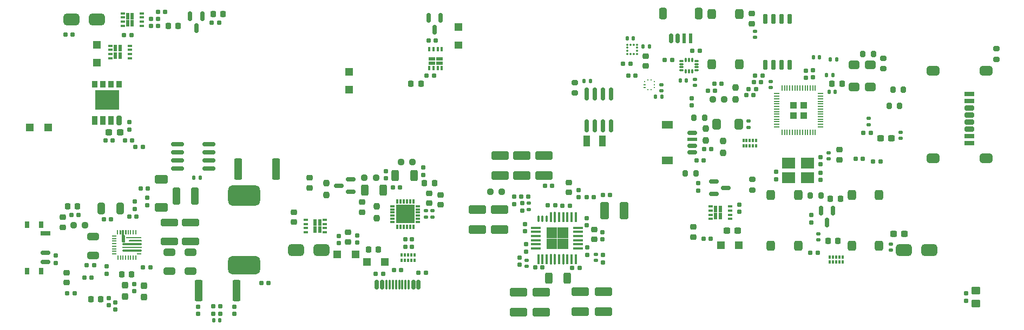
<source format=gbr>
%TF.GenerationSoftware,KiCad,Pcbnew,(6.0.2-0)*%
%TF.CreationDate,2023-06-03T21:04:40-06:00*%
%TF.ProjectId,Catlin RP2040 Sensing Controller,4361746c-696e-4205-9250-323034302053,rev?*%
%TF.SameCoordinates,Original*%
%TF.FileFunction,Paste,Top*%
%TF.FilePolarity,Positive*%
%FSLAX46Y46*%
G04 Gerber Fmt 4.6, Leading zero omitted, Abs format (unit mm)*
G04 Created by KiCad (PCBNEW (6.0.2-0)) date 2023-06-03 21:04:40*
%MOMM*%
%LPD*%
G01*
G04 APERTURE LIST*
G04 Aperture macros list*
%AMRoundRect*
0 Rectangle with rounded corners*
0 $1 Rounding radius*
0 $2 $3 $4 $5 $6 $7 $8 $9 X,Y pos of 4 corners*
0 Add a 4 corners polygon primitive as box body*
4,1,4,$2,$3,$4,$5,$6,$7,$8,$9,$2,$3,0*
0 Add four circle primitives for the rounded corners*
1,1,$1+$1,$2,$3*
1,1,$1+$1,$4,$5*
1,1,$1+$1,$6,$7*
1,1,$1+$1,$8,$9*
0 Add four rect primitives between the rounded corners*
20,1,$1+$1,$2,$3,$4,$5,0*
20,1,$1+$1,$4,$5,$6,$7,0*
20,1,$1+$1,$6,$7,$8,$9,0*
20,1,$1+$1,$8,$9,$2,$3,0*%
G04 Aperture macros list end*
%ADD10C,0.010000*%
%ADD11C,0.100000*%
%ADD12R,0.600000X1.000000*%
%ADD13R,0.700000X0.420000*%
%ADD14RoundRect,0.105000X-0.245000X-0.105000X0.245000X-0.105000X0.245000X0.105000X-0.245000X0.105000X0*%
%ADD15RoundRect,0.250000X0.362500X1.425000X-0.362500X1.425000X-0.362500X-1.425000X0.362500X-1.425000X0*%
%ADD16RoundRect,0.450000X0.800000X0.450000X-0.800000X0.450000X-0.800000X-0.450000X0.800000X-0.450000X0*%
%ADD17RoundRect,0.225000X0.250000X-0.225000X0.250000X0.225000X-0.250000X0.225000X-0.250000X-0.225000X0*%
%ADD18RoundRect,0.250000X1.100000X-0.412500X1.100000X0.412500X-1.100000X0.412500X-1.100000X-0.412500X0*%
%ADD19RoundRect,0.155000X-0.155000X0.212500X-0.155000X-0.212500X0.155000X-0.212500X0.155000X0.212500X0*%
%ADD20RoundRect,0.155000X0.212500X0.155000X-0.212500X0.155000X-0.212500X-0.155000X0.212500X-0.155000X0*%
%ADD21RoundRect,0.150000X-0.150000X0.587500X-0.150000X-0.587500X0.150000X-0.587500X0.150000X0.587500X0*%
%ADD22RoundRect,0.155000X-0.212500X-0.155000X0.212500X-0.155000X0.212500X0.155000X-0.212500X0.155000X0*%
%ADD23RoundRect,0.140000X-0.140000X-0.170000X0.140000X-0.170000X0.140000X0.170000X-0.140000X0.170000X0*%
%ADD24RoundRect,0.225000X-0.225000X-0.250000X0.225000X-0.250000X0.225000X0.250000X-0.225000X0.250000X0*%
%ADD25RoundRect,0.140000X0.170000X-0.140000X0.170000X0.140000X-0.170000X0.140000X-0.170000X-0.140000X0*%
%ADD26RoundRect,0.155000X0.155000X-0.212500X0.155000X0.212500X-0.155000X0.212500X-0.155000X-0.212500X0*%
%ADD27RoundRect,0.150000X0.587500X0.150000X-0.587500X0.150000X-0.587500X-0.150000X0.587500X-0.150000X0*%
%ADD28RoundRect,0.237500X-0.250000X-0.237500X0.250000X-0.237500X0.250000X0.237500X-0.250000X0.237500X0*%
%ADD29RoundRect,0.160000X-0.160000X0.197500X-0.160000X-0.197500X0.160000X-0.197500X0.160000X0.197500X0*%
%ADD30RoundRect,0.105000X0.245000X0.105000X-0.245000X0.105000X-0.245000X-0.105000X0.245000X-0.105000X0*%
%ADD31RoundRect,0.140000X0.140000X0.170000X-0.140000X0.170000X-0.140000X-0.170000X0.140000X-0.170000X0*%
%ADD32RoundRect,0.150000X0.150000X-0.825000X0.150000X0.825000X-0.150000X0.825000X-0.150000X-0.825000X0*%
%ADD33RoundRect,0.250000X-0.362500X-1.425000X0.362500X-1.425000X0.362500X1.425000X-0.362500X1.425000X0*%
%ADD34RoundRect,0.250000X-0.650000X0.325000X-0.650000X-0.325000X0.650000X-0.325000X0.650000X0.325000X0*%
%ADD35RoundRect,0.250000X-1.100000X0.412500X-1.100000X-0.412500X1.100000X-0.412500X1.100000X0.412500X0*%
%ADD36RoundRect,0.237500X0.237500X-0.250000X0.237500X0.250000X-0.237500X0.250000X-0.237500X-0.250000X0*%
%ADD37RoundRect,0.237500X-0.300000X-0.237500X0.300000X-0.237500X0.300000X0.237500X-0.300000X0.237500X0*%
%ADD38RoundRect,0.140000X-0.170000X0.140000X-0.170000X-0.140000X0.170000X-0.140000X0.170000X0.140000X0*%
%ADD39RoundRect,0.250000X0.450000X-0.350000X0.450000X0.350000X-0.450000X0.350000X-0.450000X-0.350000X0*%
%ADD40RoundRect,0.200000X-0.200000X-0.275000X0.200000X-0.275000X0.200000X0.275000X-0.200000X0.275000X0*%
%ADD41RoundRect,0.150000X-0.825000X-0.150000X0.825000X-0.150000X0.825000X0.150000X-0.825000X0.150000X0*%
%ADD42RoundRect,0.150000X-0.150000X-0.575000X0.150000X-0.575000X0.150000X0.575000X-0.150000X0.575000X0*%
%ADD43RoundRect,0.075000X-0.075000X-0.650000X0.075000X-0.650000X0.075000X0.650000X-0.075000X0.650000X0*%
%ADD44RoundRect,0.050800X-0.304800X-0.050800X0.304800X-0.050800X0.304800X0.050800X-0.304800X0.050800X0*%
%ADD45RoundRect,0.076200X-1.435100X-0.076200X1.435100X-0.076200X1.435100X0.076200X-1.435100X0.076200X0*%
%ADD46RoundRect,0.050800X-1.460500X-0.050800X1.460500X-0.050800X1.460500X0.050800X-1.460500X0.050800X0*%
%ADD47RoundRect,0.063500X-0.952500X-0.063500X0.952500X-0.063500X0.952500X0.063500X-0.952500X0.063500X0*%
%ADD48RoundRect,0.050800X-1.155700X-0.050800X1.155700X-0.050800X1.155700X0.050800X-1.155700X0.050800X0*%
%ADD49RoundRect,0.050800X-0.050800X0.266700X-0.050800X-0.266700X0.050800X-0.266700X0.050800X0.266700X0*%
%ADD50R,0.203200X0.635000*%
%ADD51RoundRect,0.060000X-0.060000X0.295000X-0.060000X-0.295000X0.060000X-0.295000X0.060000X0.295000X0*%
%ADD52RoundRect,0.125000X-0.125000X-0.440000X0.125000X-0.440000X0.125000X0.440000X-0.125000X0.440000X0*%
%ADD53RoundRect,0.075000X-0.075000X0.895000X-0.075000X-0.895000X0.075000X-0.895000X0.075000X0.895000X0*%
%ADD54RoundRect,0.053375X-0.053374X0.261624X-0.053374X-0.261624X0.053374X-0.261624X0.053374X0.261624X0*%
%ADD55RoundRect,0.050000X-0.050000X0.257499X-0.050000X-0.257499X0.050000X-0.257499X0.050000X0.257499X0*%
%ADD56R,0.635000X0.203200*%
%ADD57RoundRect,0.050800X-0.266700X-0.050800X0.266700X-0.050800X0.266700X0.050800X-0.266700X0.050800X0*%
%ADD58RoundRect,0.075000X-0.230000X-0.075000X0.230000X-0.075000X0.230000X0.075000X-0.230000X0.075000X0*%
%ADD59RoundRect,0.075000X0.075000X-0.230000X0.075000X0.230000X-0.075000X0.230000X-0.075000X-0.230000X0*%
%ADD60RoundRect,0.075000X0.230000X0.075000X-0.230000X0.075000X-0.230000X-0.075000X0.230000X-0.075000X0*%
%ADD61RoundRect,0.075000X-0.075000X0.230000X-0.075000X-0.230000X0.075000X-0.230000X0.075000X0.230000X0*%
%ADD62RoundRect,0.225000X-0.250000X0.225000X-0.250000X-0.225000X0.250000X-0.225000X0.250000X0.225000X0*%
%ADD63RoundRect,0.237500X0.250000X0.237500X-0.250000X0.237500X-0.250000X-0.237500X0.250000X-0.237500X0*%
%ADD64RoundRect,0.160000X0.160000X-0.197500X0.160000X0.197500X-0.160000X0.197500X-0.160000X-0.197500X0*%
%ADD65RoundRect,0.250000X-0.325000X-0.650000X0.325000X-0.650000X0.325000X0.650000X-0.325000X0.650000X0*%
%ADD66RoundRect,0.150000X0.150000X-0.650000X0.150000X0.650000X-0.150000X0.650000X-0.150000X-0.650000X0*%
%ADD67RoundRect,0.200000X0.200000X0.275000X-0.200000X0.275000X-0.200000X-0.275000X0.200000X-0.275000X0*%
%ADD68RoundRect,0.250000X0.325000X1.100000X-0.325000X1.100000X-0.325000X-1.100000X0.325000X-1.100000X0*%
%ADD69RoundRect,0.218750X0.256250X-0.218750X0.256250X0.218750X-0.256250X0.218750X-0.256250X-0.218750X0*%
%ADD70RoundRect,0.200000X0.275000X-0.200000X0.275000X0.200000X-0.275000X0.200000X-0.275000X-0.200000X0*%
%ADD71RoundRect,0.237500X0.237500X-0.300000X0.237500X0.300000X-0.237500X0.300000X-0.237500X-0.300000X0*%
%ADD72R,0.600000X1.550000*%
%ADD73RoundRect,0.150000X-0.150000X0.625000X-0.150000X-0.625000X0.150000X-0.625000X0.150000X0.625000X0*%
%ADD74RoundRect,0.300000X-0.300000X0.600000X-0.300000X-0.600000X0.300000X-0.600000X0.300000X0.600000X0*%
%ADD75RoundRect,0.075000X0.075000X0.200000X-0.075000X0.200000X-0.075000X-0.200000X0.075000X-0.200000X0*%
%ADD76RoundRect,0.100000X0.100000X0.175000X-0.100000X0.175000X-0.100000X-0.175000X0.100000X-0.175000X0*%
%ADD77RoundRect,0.325000X-0.525000X0.325000X-0.525000X-0.325000X0.525000X-0.325000X0.525000X0.325000X0*%
%ADD78RoundRect,0.250000X0.412500X1.100000X-0.412500X1.100000X-0.412500X-1.100000X0.412500X-1.100000X0*%
%ADD79R,0.800000X1.000000*%
%ADD80R,1.500000X0.700000*%
%ADD81RoundRect,0.175000X-0.575000X0.175000X-0.575000X-0.175000X0.575000X-0.175000X0.575000X0.175000X0*%
%ADD82R,0.850000X1.450000*%
%ADD83RoundRect,0.212500X0.212500X-0.512500X0.212500X0.512500X-0.212500X0.512500X-0.212500X-0.512500X0*%
%ADD84R,0.850000X1.050000*%
%ADD85RoundRect,0.225000X0.225000X0.250000X-0.225000X0.250000X-0.225000X-0.250000X0.225000X-0.250000X0*%
%ADD86RoundRect,0.075000X0.725000X-0.075000X0.725000X0.075000X-0.725000X0.075000X-0.725000X-0.075000X0*%
%ADD87RoundRect,0.075000X-0.075000X-0.725000X0.075000X-0.725000X0.075000X0.725000X-0.075000X0.725000X0*%
%ADD88RoundRect,0.075000X-0.075000X-0.730400X0.075000X-0.730400X0.075000X0.730400X-0.075000X0.730400X0*%
%ADD89RoundRect,0.075000X-0.074999X-0.730400X0.074999X-0.730400X0.074999X0.730400X-0.074999X0.730400X0*%
%ADD90RoundRect,0.075000X0.725000X-0.074999X0.725000X0.074999X-0.725000X0.074999X-0.725000X-0.074999X0*%
%ADD91RoundRect,0.081600X-0.081600X-0.718400X0.081600X-0.718400X0.081600X0.718400X-0.081600X0.718400X0*%
%ADD92RoundRect,0.075000X-0.075000X-0.425000X0.075000X-0.425000X0.075000X0.425000X-0.075000X0.425000X0*%
%ADD93RoundRect,0.150000X-0.587500X-0.150000X0.587500X-0.150000X0.587500X0.150000X-0.587500X0.150000X0*%
%ADD94RoundRect,0.325000X-0.325000X-0.525000X0.325000X-0.525000X0.325000X0.525000X-0.325000X0.525000X0*%
%ADD95RoundRect,0.250000X-1.100000X0.325000X-1.100000X-0.325000X1.100000X-0.325000X1.100000X0.325000X0*%
%ADD96R,2.100000X1.800000*%
%ADD97RoundRect,0.218750X0.218750X0.256250X-0.218750X0.256250X-0.218750X-0.256250X0.218750X-0.256250X0*%
%ADD98RoundRect,0.237500X-0.237500X0.250000X-0.237500X-0.250000X0.237500X-0.250000X0.237500X0.250000X0*%
%ADD99R,0.420000X0.700000*%
%ADD100R,1.000000X0.600000*%
%ADD101RoundRect,0.105000X-0.105000X0.245000X-0.105000X-0.245000X0.105000X-0.245000X0.105000X0.245000X0*%
%ADD102RoundRect,0.237500X0.300000X0.237500X-0.300000X0.237500X-0.300000X-0.237500X0.300000X-0.237500X0*%
%ADD103RoundRect,0.325000X0.525000X-0.325000X0.525000X0.325000X-0.525000X0.325000X-0.525000X-0.325000X0*%
%ADD104RoundRect,0.250000X-0.312500X-0.625000X0.312500X-0.625000X0.312500X0.625000X-0.312500X0.625000X0*%
%ADD105RoundRect,0.250000X1.100000X-0.325000X1.100000X0.325000X-1.100000X0.325000X-1.100000X-0.325000X0*%
%ADD106RoundRect,0.237500X-0.237500X0.300000X-0.237500X-0.300000X0.237500X-0.300000X0.237500X0.300000X0*%
%ADD107RoundRect,0.250000X0.650000X-0.325000X0.650000X0.325000X-0.650000X0.325000X-0.650000X-0.325000X0*%
%ADD108RoundRect,0.075000X-0.075000X-0.300000X0.075000X-0.300000X0.075000X0.300000X-0.075000X0.300000X0*%
%ADD109RoundRect,0.075000X-0.300000X0.075000X-0.300000X-0.075000X0.300000X-0.075000X0.300000X0.075000X0*%
%ADD110R,2.850000X2.850000*%
%ADD111RoundRect,0.150000X-0.625000X-0.150000X0.625000X-0.150000X0.625000X0.150000X-0.625000X0.150000X0*%
%ADD112R,1.550000X0.600000*%
%ADD113R,1.800000X1.200000*%
%ADD114R,0.250000X0.275000*%
%ADD115R,0.275000X0.250000*%
%ADD116RoundRect,0.062500X-0.075000X-0.062500X0.075000X-0.062500X0.075000X0.062500X-0.075000X0.062500X0*%
%ADD117R,1.000000X1.800000*%
%ADD118RoundRect,0.075000X0.100000X0.075000X-0.100000X0.075000X-0.100000X-0.075000X0.100000X-0.075000X0*%
%ADD119RoundRect,0.075000X-0.075000X0.100000X-0.075000X-0.100000X0.075000X-0.100000X0.075000X0.100000X0*%
%ADD120RoundRect,0.075000X-0.075000X-0.200000X0.075000X-0.200000X0.075000X0.200000X-0.075000X0.200000X0*%
%ADD121RoundRect,0.075000X-0.075000X-0.205000X0.075000X-0.205000X0.075000X0.205000X-0.075000X0.205000X0*%
%ADD122R,0.300000X0.550000*%
%ADD123RoundRect,0.325000X-0.325000X0.450000X-0.325000X-0.450000X0.325000X-0.450000X0.325000X0.450000X0*%
%ADD124RoundRect,0.450000X-0.800000X-0.450000X0.800000X-0.450000X0.800000X0.450000X-0.800000X0.450000X0*%
%ADD125RoundRect,0.350000X0.700000X-0.350000X0.700000X0.350000X-0.700000X0.350000X-0.700000X-0.350000X0*%
%ADD126RoundRect,0.218750X-0.218750X-0.256250X0.218750X-0.256250X0.218750X0.256250X-0.218750X0.256250X0*%
%ADD127RoundRect,0.050000X0.387500X0.050000X-0.387500X0.050000X-0.387500X-0.050000X0.387500X-0.050000X0*%
%ADD128R,0.875000X0.200000*%
%ADD129RoundRect,0.050000X-0.050000X0.387500X-0.050000X-0.387500X0.050000X-0.387500X0.050000X0.387500X0*%
%ADD130R,0.200000X0.875000*%
%ADD131RoundRect,0.050000X0.050000X-0.387500X0.050000X0.387500X-0.050000X0.387500X-0.050000X-0.387500X0*%
%ADD132RoundRect,0.325000X0.325000X-0.450000X0.325000X0.450000X-0.325000X0.450000X-0.325000X-0.450000X0*%
%ADD133R,1.500000X0.800000*%
%ADD134RoundRect,0.200000X-0.550000X0.200000X-0.550000X-0.200000X0.550000X-0.200000X0.550000X0.200000X0*%
%ADD135RoundRect,0.362500X-0.637500X0.362500X-0.637500X-0.362500X0.637500X-0.362500X0.637500X0.362500X0*%
%ADD136RoundRect,0.725000X-1.775000X-0.725000X1.775000X-0.725000X1.775000X0.725000X-1.775000X0.725000X0*%
%ADD137RoundRect,0.825000X-1.675000X-0.825000X1.675000X-0.825000X1.675000X0.825000X-1.675000X0.825000X0*%
%ADD138RoundRect,0.250000X0.312500X0.625000X-0.312500X0.625000X-0.312500X-0.625000X0.312500X-0.625000X0*%
G04 APERTURE END LIST*
D10*
%TO.C,D18*%
X40495000Y-55465000D02*
X40495000Y-56565000D01*
X40495000Y-56565000D02*
X39395000Y-56565000D01*
X39395000Y-56565000D02*
X39395000Y-55465000D01*
X39395000Y-55465000D02*
X40495000Y-55465000D01*
G36*
X40495000Y-56565000D02*
G01*
X39395000Y-56565000D01*
X39395000Y-55465000D01*
X40495000Y-55465000D01*
X40495000Y-56565000D01*
G37*
X40495000Y-56565000D02*
X39395000Y-56565000D01*
X39395000Y-55465000D01*
X40495000Y-55465000D01*
X40495000Y-56565000D01*
X40495000Y-52665000D02*
X40495000Y-53765000D01*
X40495000Y-53765000D02*
X39395000Y-53765000D01*
X39395000Y-53765000D02*
X39395000Y-52665000D01*
X39395000Y-52665000D02*
X40495000Y-52665000D01*
G36*
X40495000Y-53765000D02*
G01*
X39395000Y-53765000D01*
X39395000Y-52665000D01*
X40495000Y-52665000D01*
X40495000Y-53765000D01*
G37*
X40495000Y-53765000D02*
X39395000Y-53765000D01*
X39395000Y-52665000D01*
X40495000Y-52665000D01*
X40495000Y-53765000D01*
%TO.C,D13*%
X136957500Y-84090000D02*
X138057500Y-84090000D01*
X138057500Y-84090000D02*
X138057500Y-85190000D01*
X138057500Y-85190000D02*
X136957500Y-85190000D01*
X136957500Y-85190000D02*
X136957500Y-84090000D01*
G36*
X138057500Y-85190000D02*
G01*
X136957500Y-85190000D01*
X136957500Y-84090000D01*
X138057500Y-84090000D01*
X138057500Y-85190000D01*
G37*
X138057500Y-85190000D02*
X136957500Y-85190000D01*
X136957500Y-84090000D01*
X138057500Y-84090000D01*
X138057500Y-85190000D01*
X139757500Y-84090000D02*
X140857500Y-84090000D01*
X140857500Y-84090000D02*
X140857500Y-85190000D01*
X140857500Y-85190000D02*
X139757500Y-85190000D01*
X139757500Y-85190000D02*
X139757500Y-84090000D01*
G36*
X140857500Y-85190000D02*
G01*
X139757500Y-85190000D01*
X139757500Y-84090000D01*
X140857500Y-84090000D01*
X140857500Y-85190000D01*
G37*
X140857500Y-85190000D02*
X139757500Y-85190000D01*
X139757500Y-84090000D01*
X140857500Y-84090000D01*
X140857500Y-85190000D01*
D11*
%TO.C,U10*%
X44126601Y-82345001D02*
X44151601Y-82420001D01*
X44151601Y-82420001D02*
X44150000Y-83140000D01*
X44150000Y-83140000D02*
X44301601Y-83210000D01*
X44301601Y-83210000D02*
X44301601Y-84150001D01*
X44301601Y-84150001D02*
X43901601Y-84150001D01*
X43901601Y-84150001D02*
X43900000Y-83230000D01*
X43900000Y-83230000D02*
X43950000Y-83150000D01*
X43950000Y-83150000D02*
X43948401Y-82420001D01*
X43948401Y-82420001D02*
X43973401Y-82345001D01*
X43973401Y-82345001D02*
X44126601Y-82345001D01*
G36*
X44151601Y-82420001D02*
G01*
X44150000Y-83140000D01*
X44301601Y-83210000D01*
X44301601Y-84150001D01*
X43901601Y-84150001D01*
X43900000Y-83230000D01*
X43950000Y-83150000D01*
X43948401Y-82420001D01*
X43973401Y-82345001D01*
X44126601Y-82345001D01*
X44151601Y-82420001D01*
G37*
X44151601Y-82420001D02*
X44150000Y-83140000D01*
X44301601Y-83210000D01*
X44301601Y-84150001D01*
X43901601Y-84150001D01*
X43900000Y-83230000D01*
X43950000Y-83150000D01*
X43948401Y-82420001D01*
X43973401Y-82345001D01*
X44126601Y-82345001D01*
X44151601Y-82420001D01*
X44526601Y-82360000D02*
X44541601Y-82420001D01*
X44541601Y-82420001D02*
X44541601Y-82880001D01*
X44541601Y-82880001D02*
X44540000Y-82899822D01*
X44540000Y-82899822D02*
X44540000Y-82918881D01*
X44540000Y-82918881D02*
X44534479Y-82936447D01*
X44534479Y-82936447D02*
X44521843Y-82951843D01*
X44521843Y-82951843D02*
X44506447Y-82960000D01*
X44506447Y-82960000D02*
X44488882Y-82960000D01*
X44488882Y-82960000D02*
X44470000Y-82960000D01*
X44470000Y-82960000D02*
X44450001Y-82960000D01*
X44450001Y-82960000D02*
X44430000Y-82960000D01*
X44430000Y-82960000D02*
X44420000Y-82960000D01*
X44420000Y-82960000D02*
X44410000Y-82960000D01*
X44410000Y-82960000D02*
X44400000Y-82944125D01*
X44400000Y-82944125D02*
X44400000Y-82930000D01*
X44400000Y-82930000D02*
X44400000Y-82910000D01*
X44400000Y-82910000D02*
X44400000Y-82890000D01*
X44400000Y-82890000D02*
X44400000Y-82880001D01*
X44400000Y-82880001D02*
X44398401Y-82420001D01*
X44398401Y-82420001D02*
X44400000Y-82360000D01*
X44400000Y-82360000D02*
X44526601Y-82360000D01*
G36*
X44541601Y-82420001D02*
G01*
X44541601Y-82880001D01*
X44540000Y-82899822D01*
X44540000Y-82918881D01*
X44534479Y-82936447D01*
X44521843Y-82951843D01*
X44506447Y-82960000D01*
X44410000Y-82960000D01*
X44400000Y-82944125D01*
X44400000Y-82880001D01*
X44398401Y-82420001D01*
X44400000Y-82360000D01*
X44526601Y-82360000D01*
X44541601Y-82420001D01*
G37*
X44541601Y-82420001D02*
X44541601Y-82880001D01*
X44540000Y-82899822D01*
X44540000Y-82918881D01*
X44534479Y-82936447D01*
X44521843Y-82951843D01*
X44506447Y-82960000D01*
X44410000Y-82960000D01*
X44400000Y-82944125D01*
X44400000Y-82880001D01*
X44398401Y-82420001D01*
X44400000Y-82360000D01*
X44526601Y-82360000D01*
X44541601Y-82420001D01*
X43635774Y-82405350D02*
X43651601Y-82420001D01*
X43651601Y-82420001D02*
X43651601Y-82880001D01*
X43651601Y-82880001D02*
X43650000Y-82899822D01*
X43650000Y-82899822D02*
X43650000Y-82910000D01*
X43650000Y-82910000D02*
X43650000Y-82920000D01*
X43650000Y-82920000D02*
X43650000Y-82930000D01*
X43650000Y-82930000D02*
X43650000Y-82940000D01*
X43650000Y-82940000D02*
X43640000Y-82940000D01*
X43640000Y-82940000D02*
X43630000Y-82940000D01*
X43630000Y-82940000D02*
X43620000Y-82940000D01*
X43620000Y-82940000D02*
X43620000Y-82930000D01*
X43620000Y-82930000D02*
X43606750Y-82936625D01*
X43606750Y-82936625D02*
X43593555Y-82940000D01*
X43593555Y-82940000D02*
X43578159Y-82940000D01*
X43578159Y-82940000D02*
X43565524Y-82936447D01*
X43565524Y-82936447D02*
X43556135Y-82918881D01*
X43556135Y-82918881D02*
X43550353Y-82899822D01*
X43550353Y-82899822D02*
X43548401Y-82880001D01*
X43548401Y-82880001D02*
X43548401Y-82420001D01*
X43548401Y-82420001D02*
X43579175Y-82410351D01*
X43579175Y-82410351D02*
X43635774Y-82405350D01*
G36*
X43651601Y-82420001D02*
G01*
X43651601Y-82880001D01*
X43650000Y-82899822D01*
X43650000Y-82940000D01*
X43620000Y-82940000D01*
X43620000Y-82930000D01*
X43606750Y-82936625D01*
X43593555Y-82940000D01*
X43578159Y-82940000D01*
X43565524Y-82936447D01*
X43556135Y-82918881D01*
X43550353Y-82899822D01*
X43548401Y-82880001D01*
X43548401Y-82420001D01*
X43579175Y-82410351D01*
X43635774Y-82405350D01*
X43651601Y-82420001D01*
G37*
X43651601Y-82420001D02*
X43651601Y-82880001D01*
X43650000Y-82899822D01*
X43650000Y-82940000D01*
X43620000Y-82940000D01*
X43620000Y-82930000D01*
X43606750Y-82936625D01*
X43593555Y-82940000D01*
X43578159Y-82940000D01*
X43565524Y-82936447D01*
X43556135Y-82918881D01*
X43550353Y-82899822D01*
X43548401Y-82880001D01*
X43548401Y-82420001D01*
X43579175Y-82410351D01*
X43635774Y-82405350D01*
X43651601Y-82420001D01*
D10*
%TO.C,D19*%
X78860000Y-60800000D02*
X78860000Y-59700000D01*
X78860000Y-59700000D02*
X79960000Y-59700000D01*
X79960000Y-59700000D02*
X79960000Y-60800000D01*
X79960000Y-60800000D02*
X78860000Y-60800000D01*
G36*
X79960000Y-60800000D02*
G01*
X78860000Y-60800000D01*
X78860000Y-59700000D01*
X79960000Y-59700000D01*
X79960000Y-60800000D01*
G37*
X79960000Y-60800000D02*
X78860000Y-60800000D01*
X78860000Y-59700000D01*
X79960000Y-59700000D01*
X79960000Y-60800000D01*
X78860000Y-58000000D02*
X78860000Y-56900000D01*
X78860000Y-56900000D02*
X79960000Y-56900000D01*
X79960000Y-56900000D02*
X79960000Y-58000000D01*
X79960000Y-58000000D02*
X78860000Y-58000000D01*
G36*
X79960000Y-58000000D02*
G01*
X78860000Y-58000000D01*
X78860000Y-56900000D01*
X79960000Y-56900000D01*
X79960000Y-58000000D01*
G37*
X79960000Y-58000000D02*
X78860000Y-58000000D01*
X78860000Y-56900000D01*
X79960000Y-56900000D01*
X79960000Y-58000000D01*
%TO.C,D5*%
X77000000Y-85520000D02*
X78100000Y-85520000D01*
X78100000Y-85520000D02*
X78100000Y-86620000D01*
X78100000Y-86620000D02*
X77000000Y-86620000D01*
X77000000Y-86620000D02*
X77000000Y-85520000D01*
G36*
X78100000Y-86620000D02*
G01*
X77000000Y-86620000D01*
X77000000Y-85520000D01*
X78100000Y-85520000D01*
X78100000Y-86620000D01*
G37*
X78100000Y-86620000D02*
X77000000Y-86620000D01*
X77000000Y-85520000D01*
X78100000Y-85520000D01*
X78100000Y-86620000D01*
X79800000Y-85520000D02*
X80900000Y-85520000D01*
X80900000Y-85520000D02*
X80900000Y-86620000D01*
X80900000Y-86620000D02*
X79800000Y-86620000D01*
X79800000Y-86620000D02*
X79800000Y-85520000D01*
G36*
X80900000Y-86620000D02*
G01*
X79800000Y-86620000D01*
X79800000Y-85520000D01*
X80900000Y-85520000D01*
X80900000Y-86620000D01*
G37*
X80900000Y-86620000D02*
X79800000Y-86620000D01*
X79800000Y-85520000D01*
X80900000Y-85520000D01*
X80900000Y-86620000D01*
%TO.C,U8*%
X39724000Y-63340000D02*
X39724000Y-60360000D01*
X39724000Y-60360000D02*
X43306000Y-60360000D01*
X43306000Y-60360000D02*
X43306000Y-63340000D01*
X43306000Y-63340000D02*
X39724000Y-63340000D01*
G36*
X43306000Y-63340000D02*
G01*
X39724000Y-63340000D01*
X39724000Y-60360000D01*
X43306000Y-60360000D01*
X43306000Y-63340000D01*
G37*
X43306000Y-63340000D02*
X39724000Y-63340000D01*
X39724000Y-60360000D01*
X43306000Y-60360000D01*
X43306000Y-63340000D01*
D11*
%TO.C,U12*%
X110297400Y-83680000D02*
X110297400Y-85232600D01*
X110297400Y-85232600D02*
X111850000Y-85232600D01*
X111850000Y-85232600D02*
X111850000Y-83680000D01*
X111850000Y-83680000D02*
X110297400Y-83680000D01*
G36*
X111850000Y-85232600D02*
G01*
X110297400Y-85232600D01*
X110297400Y-83680000D01*
X111850000Y-83680000D01*
X111850000Y-85232600D01*
G37*
X111850000Y-85232600D02*
X110297400Y-85232600D01*
X110297400Y-83680000D01*
X111850000Y-83680000D01*
X111850000Y-85232600D01*
X112050000Y-83680000D02*
X112050000Y-85232600D01*
X112050000Y-85232600D02*
X113602600Y-85232600D01*
X113602600Y-85232600D02*
X113602600Y-83680000D01*
X113602600Y-83680000D02*
X112050000Y-83680000D01*
G36*
X113602600Y-85232600D02*
G01*
X112050000Y-85232600D01*
X112050000Y-83680000D01*
X113602600Y-83680000D01*
X113602600Y-85232600D01*
G37*
X113602600Y-85232600D02*
X112050000Y-85232600D01*
X112050000Y-83680000D01*
X113602600Y-83680000D01*
X113602600Y-85232600D01*
X110297400Y-81927400D02*
X110297400Y-83480000D01*
X110297400Y-83480000D02*
X111850000Y-83480000D01*
X111850000Y-83480000D02*
X111850000Y-81927400D01*
X111850000Y-81927400D02*
X110297400Y-81927400D01*
G36*
X111850000Y-83480000D02*
G01*
X110297400Y-83480000D01*
X110297400Y-81927400D01*
X111850000Y-81927400D01*
X111850000Y-83480000D01*
G37*
X111850000Y-83480000D02*
X110297400Y-83480000D01*
X110297400Y-81927400D01*
X111850000Y-81927400D01*
X111850000Y-83480000D01*
X112050000Y-81927400D02*
X112050000Y-83480000D01*
X112050000Y-83480000D02*
X113602600Y-83480000D01*
X113602600Y-83480000D02*
X113602600Y-81927400D01*
X113602600Y-81927400D02*
X112050000Y-81927400D01*
G36*
X113602600Y-83480000D02*
G01*
X112050000Y-83480000D01*
X112050000Y-81927400D01*
X113602600Y-81927400D01*
X113602600Y-83480000D01*
G37*
X113602600Y-83480000D02*
X112050000Y-83480000D01*
X112050000Y-81927400D01*
X113602600Y-81927400D01*
X113602600Y-83480000D01*
D10*
%TO.C,D11*%
X95910000Y-51037500D02*
X95910000Y-49937500D01*
X95910000Y-49937500D02*
X97010000Y-49937500D01*
X97010000Y-49937500D02*
X97010000Y-51037500D01*
X97010000Y-51037500D02*
X95910000Y-51037500D01*
G36*
X97010000Y-51037500D02*
G01*
X95910000Y-51037500D01*
X95910000Y-49937500D01*
X97010000Y-49937500D01*
X97010000Y-51037500D01*
G37*
X97010000Y-51037500D02*
X95910000Y-51037500D01*
X95910000Y-49937500D01*
X97010000Y-49937500D01*
X97010000Y-51037500D01*
X95910000Y-53837500D02*
X95910000Y-52737500D01*
X95910000Y-52737500D02*
X97010000Y-52737500D01*
X97010000Y-52737500D02*
X97010000Y-53837500D01*
X97010000Y-53837500D02*
X95910000Y-53837500D01*
G36*
X97010000Y-53837500D02*
G01*
X95910000Y-53837500D01*
X95910000Y-52737500D01*
X97010000Y-52737500D01*
X97010000Y-53837500D01*
G37*
X97010000Y-53837500D02*
X95910000Y-53837500D01*
X95910000Y-52737500D01*
X97010000Y-52737500D01*
X97010000Y-53837500D01*
%TO.C,D8*%
X30010000Y-66750000D02*
X28910000Y-66750000D01*
X28910000Y-66750000D02*
X28910000Y-65650000D01*
X28910000Y-65650000D02*
X30010000Y-65650000D01*
X30010000Y-65650000D02*
X30010000Y-66750000D01*
G36*
X30010000Y-66750000D02*
G01*
X28910000Y-66750000D01*
X28910000Y-65650000D01*
X30010000Y-65650000D01*
X30010000Y-66750000D01*
G37*
X30010000Y-66750000D02*
X28910000Y-66750000D01*
X28910000Y-65650000D01*
X30010000Y-65650000D01*
X30010000Y-66750000D01*
X32810000Y-66750000D02*
X31710000Y-66750000D01*
X31710000Y-66750000D02*
X31710000Y-65650000D01*
X31710000Y-65650000D02*
X32810000Y-65650000D01*
X32810000Y-65650000D02*
X32810000Y-66750000D01*
G36*
X32810000Y-66750000D02*
G01*
X31710000Y-66750000D01*
X31710000Y-65650000D01*
X32810000Y-65650000D01*
X32810000Y-66750000D01*
G37*
X32810000Y-66750000D02*
X31710000Y-66750000D01*
X31710000Y-65650000D01*
X32810000Y-65650000D01*
X32810000Y-66750000D01*
%TO.C,IC1*%
G36*
X151050000Y-64850000D02*
G01*
X150050000Y-64850000D01*
X150050000Y-63850000D01*
X151050000Y-63850000D01*
X151050000Y-64850000D01*
G37*
G36*
X149450000Y-64850000D02*
G01*
X148450000Y-64850000D01*
X148450000Y-63850000D01*
X149450000Y-63850000D01*
X149450000Y-64850000D01*
G37*
G36*
X151050000Y-63250000D02*
G01*
X150050000Y-63250000D01*
X150050000Y-62250000D01*
X151050000Y-62250000D01*
X151050000Y-63250000D01*
G37*
G36*
X149450000Y-63250000D02*
G01*
X148450000Y-63250000D01*
X148450000Y-62250000D01*
X149450000Y-62250000D01*
X149450000Y-63250000D01*
G37*
%TO.C,D9*%
X85537500Y-87870000D02*
X84437500Y-87870000D01*
X84437500Y-87870000D02*
X84437500Y-86770000D01*
X84437500Y-86770000D02*
X85537500Y-86770000D01*
X85537500Y-86770000D02*
X85537500Y-87870000D01*
G36*
X85537500Y-87870000D02*
G01*
X84437500Y-87870000D01*
X84437500Y-86770000D01*
X85537500Y-86770000D01*
X85537500Y-87870000D01*
G37*
X85537500Y-87870000D02*
X84437500Y-87870000D01*
X84437500Y-86770000D01*
X85537500Y-86770000D01*
X85537500Y-87870000D01*
X82737500Y-87870000D02*
X81637500Y-87870000D01*
X81637500Y-87870000D02*
X81637500Y-86770000D01*
X81637500Y-86770000D02*
X82737500Y-86770000D01*
X82737500Y-86770000D02*
X82737500Y-87870000D01*
G36*
X82737500Y-87870000D02*
G01*
X81637500Y-87870000D01*
X81637500Y-86770000D01*
X82737500Y-86770000D01*
X82737500Y-87870000D01*
G37*
X82737500Y-87870000D02*
X81637500Y-87870000D01*
X81637500Y-86770000D01*
X82737500Y-86770000D01*
X82737500Y-87870000D01*
%TD*%
D12*
%TO.C,Q2*%
X74830000Y-82265000D03*
D13*
X75600000Y-82025000D03*
D12*
X74120000Y-82265000D03*
D13*
X75600000Y-80725000D03*
X75600000Y-82675000D03*
X75600000Y-81375000D03*
D12*
X74830000Y-81135000D03*
X74120000Y-81135000D03*
D14*
X72600000Y-80725000D03*
D13*
X72600000Y-81375000D03*
D14*
X72600000Y-82025000D03*
X72600000Y-82675000D03*
%TD*%
D15*
%TO.C,R48*%
X61762500Y-91800000D03*
X55837500Y-91800000D03*
%TD*%
D16*
%TO.C,D17*%
X40000000Y-49300000D03*
X36000000Y-49300000D03*
%TD*%
D17*
%TO.C,R44*%
X35200000Y-90525000D03*
X35200000Y-88975000D03*
%TD*%
D18*
%TO.C,C67*%
X119200000Y-95125000D03*
X119200000Y-92000000D03*
%TD*%
D19*
%TO.C,C74*%
X116600000Y-80432500D03*
X116600000Y-81567500D03*
%TD*%
D20*
%TO.C,R6*%
X159767500Y-71150000D03*
X158632500Y-71150000D03*
%TD*%
D21*
%TO.C,Q1*%
X155125000Y-79287500D03*
X153225000Y-79287500D03*
X154175000Y-81162500D03*
%TD*%
D22*
%TO.C,R13*%
X151582500Y-85850000D03*
X152717500Y-85850000D03*
%TD*%
D19*
%TO.C,C25*%
X153150000Y-73332500D03*
X153150000Y-74467500D03*
%TD*%
D23*
%TO.C,C1*%
X131220000Y-58900000D03*
X132180000Y-58900000D03*
%TD*%
D24*
%TO.C,C31*%
X82425000Y-85350000D03*
X83975000Y-85350000D03*
%TD*%
D20*
%TO.C,R14*%
X143047500Y-60200000D03*
X141912500Y-60200000D03*
%TD*%
D25*
%TO.C,C24*%
X165700000Y-67930000D03*
X165700000Y-66970000D03*
%TD*%
%TO.C,C10*%
X141900000Y-66225000D03*
X141900000Y-65265000D03*
%TD*%
D19*
%TO.C,R40*%
X77800000Y-83232500D03*
X77800000Y-84367500D03*
%TD*%
D22*
%TO.C,C62*%
X114332500Y-88250000D03*
X115467500Y-88250000D03*
%TD*%
D26*
%TO.C,R47*%
X61500000Y-95467500D03*
X61500000Y-94332500D03*
%TD*%
D27*
%TO.C,Q10*%
X79687500Y-76300000D03*
X79687500Y-74400000D03*
X77812500Y-75350000D03*
%TD*%
D28*
%TO.C,R95*%
X87512500Y-71675000D03*
X89337500Y-71675000D03*
%TD*%
D24*
%TO.C,R32*%
X58125000Y-48500000D03*
X59675000Y-48500000D03*
%TD*%
D22*
%TO.C,C34*%
X83582500Y-89150000D03*
X84717500Y-89150000D03*
%TD*%
D26*
%TO.C,R79*%
X106500000Y-79267500D03*
X106500000Y-78132500D03*
%TD*%
D29*
%TO.C,R101*%
X89225000Y-83752500D03*
X89225000Y-84947500D03*
%TD*%
D12*
%TO.C,Q7*%
X45480000Y-49890000D03*
D13*
X44000000Y-49000000D03*
X44000000Y-50300000D03*
D12*
X44770000Y-49890000D03*
X44770000Y-48760000D03*
D13*
X44000000Y-49650000D03*
D12*
X45480000Y-48760000D03*
D13*
X44000000Y-48350000D03*
X47000000Y-50300000D03*
X47000000Y-49650000D03*
D30*
X47000000Y-49000000D03*
X47000000Y-48350000D03*
%TD*%
D31*
%TO.C,C39*%
X59180000Y-96450000D03*
X58220000Y-96450000D03*
%TD*%
D25*
%TO.C,C11*%
X145400000Y-59980000D03*
X145400000Y-59020000D03*
%TD*%
D20*
%TO.C,C52*%
X59067500Y-49800000D03*
X57932500Y-49800000D03*
%TD*%
D32*
%TO.C,U3*%
X116595000Y-65975000D03*
X117865000Y-65975000D03*
X119135000Y-65975000D03*
X120405000Y-65975000D03*
X120405000Y-61025000D03*
X119135000Y-61025000D03*
X117865000Y-61025000D03*
X116595000Y-61025000D03*
%TD*%
D33*
%TO.C,R53*%
X62067500Y-72800000D03*
X67992500Y-72800000D03*
%TD*%
D34*
%TO.C,C40*%
X54600000Y-85775000D03*
X54600000Y-88725000D03*
%TD*%
D22*
%TO.C,R42*%
X65682500Y-90650000D03*
X66817500Y-90650000D03*
%TD*%
D35*
%TO.C,C76*%
X109860000Y-70637500D03*
X109860000Y-73762500D03*
%TD*%
D36*
%TO.C,R100*%
X83750000Y-80462500D03*
X83750000Y-78637500D03*
%TD*%
D37*
%TO.C,C23*%
X162537500Y-67900000D03*
X164262500Y-67900000D03*
%TD*%
D20*
%TO.C,R2*%
X129937500Y-55650000D03*
X128802500Y-55650000D03*
%TD*%
D29*
%TO.C,R76*%
X116700000Y-85002500D03*
X116700000Y-86197500D03*
%TD*%
D38*
%TO.C,C13*%
X154450000Y-70220000D03*
X154450000Y-71180000D03*
%TD*%
D26*
%TO.C,R18*%
X152000000Y-58385000D03*
X152000000Y-57250000D03*
%TD*%
D20*
%TO.C,R43*%
X36167500Y-51700000D03*
X35032500Y-51700000D03*
%TD*%
D26*
%TO.C,R51*%
X55800000Y-95467500D03*
X55800000Y-94332500D03*
%TD*%
D20*
%TO.C,R88*%
X92667500Y-58100000D03*
X91532500Y-58100000D03*
%TD*%
D39*
%TO.C,JP3*%
X177450000Y-93850000D03*
X177450000Y-91850000D03*
%TD*%
D40*
%TO.C,R8*%
X163875000Y-62850000D03*
X165525000Y-62850000D03*
%TD*%
D23*
%TO.C,C14*%
X154500000Y-60680000D03*
X155460000Y-60680000D03*
%TD*%
D38*
%TO.C,C2*%
X133500000Y-58720000D03*
X133500000Y-59680000D03*
%TD*%
D17*
%TO.C,C82*%
X93725000Y-78350000D03*
X93725000Y-76800000D03*
%TD*%
D31*
%TO.C,C8*%
X123880000Y-52250000D03*
X122920000Y-52250000D03*
%TD*%
D17*
%TO.C,C73*%
X113825000Y-76400000D03*
X113825000Y-74850000D03*
%TD*%
D26*
%TO.C,R50*%
X45900000Y-79017500D03*
X45900000Y-77882500D03*
%TD*%
%TO.C,R64*%
X45050000Y-66567500D03*
X45050000Y-65432500D03*
%TD*%
D23*
%TO.C,C6*%
X125420000Y-53500000D03*
X126380000Y-53500000D03*
%TD*%
D22*
%TO.C,C42*%
X45032500Y-80180000D03*
X46167500Y-80180000D03*
%TD*%
D25*
%TO.C,C60*%
X107550000Y-79080000D03*
X107550000Y-78120000D03*
%TD*%
%TO.C,C22*%
X152800000Y-83880000D03*
X152800000Y-82920000D03*
%TD*%
D41*
%TO.C,U11*%
X52550000Y-68845000D03*
X52550000Y-70115000D03*
X52550000Y-71385000D03*
X52550000Y-72655000D03*
X57500000Y-72655000D03*
X57500000Y-71385000D03*
X57500000Y-70115000D03*
X57500000Y-68845000D03*
%TD*%
D42*
%TO.C,J15*%
X83750000Y-90915000D03*
X84550000Y-90915000D03*
D43*
X85750000Y-90915000D03*
X86750000Y-90915000D03*
X87250000Y-90915000D03*
X88250000Y-90915000D03*
D42*
X89450000Y-90915000D03*
X90250000Y-90915000D03*
X90250000Y-90915000D03*
X89450000Y-90915000D03*
D43*
X88750000Y-90915000D03*
X87750000Y-90915000D03*
X86250000Y-90915000D03*
X85250000Y-90915000D03*
D42*
X84550000Y-90915000D03*
X83750000Y-90915000D03*
%TD*%
D44*
%TO.C,U10*%
X46599499Y-86050000D03*
D45*
X45443499Y-85550001D03*
D46*
X45443499Y-85049999D03*
D45*
X45443499Y-84550000D03*
D47*
X45938499Y-84025000D03*
D48*
X45748499Y-83550001D03*
D49*
X46050000Y-82662501D03*
D50*
X45650001Y-82662501D03*
X45249999Y-82662501D03*
D49*
X44850000Y-82662501D03*
D51*
X44470000Y-82655000D03*
D52*
X44100000Y-83675000D03*
D53*
X44050000Y-83270000D03*
D54*
X43606750Y-82675001D03*
D55*
X43220000Y-82652501D03*
D56*
X42662501Y-83250000D03*
X42662501Y-83649999D03*
D57*
X42662501Y-84050001D03*
X42662501Y-84450000D03*
X42662501Y-84850000D03*
D56*
X42662501Y-85249999D03*
D57*
X42662501Y-85650001D03*
X42662501Y-86050000D03*
D49*
X43250000Y-86637499D03*
D50*
X43649999Y-86637499D03*
X44050001Y-86637499D03*
X44450000Y-86637499D03*
X44850000Y-86637499D03*
X45249999Y-86637499D03*
X45650001Y-86637499D03*
D49*
X46050000Y-86637499D03*
%TD*%
D28*
%TO.C,R26*%
X136287500Y-61800000D03*
X138112500Y-61800000D03*
%TD*%
D58*
%TO.C,U1*%
X131440000Y-55800000D03*
X131440000Y-56300000D03*
X131440000Y-56800000D03*
X131440000Y-57300000D03*
D59*
X132100000Y-57460000D03*
X132600000Y-57460000D03*
X133100000Y-57460000D03*
D60*
X133760000Y-57300000D03*
X133760000Y-56800000D03*
X133760000Y-56300000D03*
X133760000Y-55800000D03*
D61*
X133100000Y-55640000D03*
X132600000Y-55640000D03*
X132100000Y-55640000D03*
%TD*%
D62*
%TO.C,C27*%
X70775000Y-79550000D03*
X70775000Y-81100000D03*
%TD*%
D63*
%TO.C,R58*%
X38112500Y-81600000D03*
X36287500Y-81600000D03*
%TD*%
D40*
%TO.C,R10*%
X159775000Y-54700000D03*
X161425000Y-54700000D03*
%TD*%
D64*
%TO.C,R78*%
X107100000Y-85697500D03*
X107100000Y-84502500D03*
%TD*%
D65*
%TO.C,C49*%
X40625000Y-78900000D03*
X43575000Y-78900000D03*
%TD*%
D21*
%TO.C,Q9*%
X93750000Y-49057500D03*
X91850000Y-49057500D03*
X92800000Y-50932500D03*
%TD*%
D66*
%TO.C,U6*%
X144495000Y-56400000D03*
X145765000Y-56400000D03*
X147035000Y-56400000D03*
X148305000Y-56400000D03*
X148305000Y-49200000D03*
X147035000Y-49200000D03*
X145765000Y-49200000D03*
X144495000Y-49200000D03*
%TD*%
D67*
%TO.C,R7*%
X166125000Y-60300000D03*
X164475000Y-60300000D03*
%TD*%
D19*
%TO.C,C28*%
X175900000Y-92265000D03*
X175900000Y-93400000D03*
%TD*%
D68*
%TO.C,C38*%
X55325000Y-76990000D03*
X52375000Y-76990000D03*
%TD*%
D69*
%TO.C,D12*%
X34600000Y-81887500D03*
X34600000Y-80312500D03*
%TD*%
D23*
%TO.C,C5*%
X116195000Y-58950000D03*
X117155000Y-58950000D03*
%TD*%
D20*
%TO.C,C53*%
X42167500Y-80600000D03*
X41032500Y-80600000D03*
%TD*%
D70*
%TO.C,R28*%
X180700000Y-55550000D03*
X180700000Y-53900000D03*
%TD*%
D71*
%TO.C,C48*%
X44400000Y-92712500D03*
X44400000Y-90987500D03*
%TD*%
D72*
%TO.C,CONN2*%
X132800000Y-52312500D03*
X131800000Y-52312500D03*
D73*
X130800000Y-52312500D03*
X129800000Y-52312500D03*
D74*
X134100000Y-48412500D03*
X128500000Y-48412500D03*
%TD*%
D22*
%TO.C,R15*%
X141532500Y-61200000D03*
X142667500Y-61200000D03*
%TD*%
D75*
%TO.C,U9*%
X89650000Y-86265000D03*
X89150000Y-86265000D03*
D76*
X88650000Y-86265000D03*
D75*
X88150000Y-86265000D03*
X87650000Y-86265000D03*
X87650000Y-87035000D03*
X88150000Y-87035000D03*
D76*
X88650000Y-87035000D03*
D75*
X89150000Y-87035000D03*
X89650000Y-87035000D03*
%TD*%
D23*
%TO.C,C3*%
X127370000Y-61450000D03*
X128330000Y-61450000D03*
%TD*%
D18*
%TO.C,C63*%
X109450000Y-95162500D03*
X109450000Y-92037500D03*
%TD*%
D20*
%TO.C,R68*%
X42417500Y-68250000D03*
X41282500Y-68250000D03*
%TD*%
D22*
%TO.C,R3*%
X123082500Y-58100000D03*
X124217500Y-58100000D03*
%TD*%
D20*
%TO.C,R71*%
X49567500Y-49200000D03*
X48432500Y-49200000D03*
%TD*%
D22*
%TO.C,R93*%
X86232500Y-75650000D03*
X87367500Y-75650000D03*
%TD*%
%TO.C,R62*%
X37982500Y-89800000D03*
X39117500Y-89800000D03*
%TD*%
D12*
%TO.C,Q6*%
X43580000Y-53835000D03*
X43580000Y-54965000D03*
X42870000Y-53835000D03*
D13*
X42100000Y-55375000D03*
X42100000Y-54725000D03*
X42100000Y-53425000D03*
D12*
X42870000Y-54965000D03*
D13*
X42100000Y-54075000D03*
X45100000Y-55375000D03*
X45100000Y-54725000D03*
D30*
X45100000Y-54075000D03*
X45100000Y-53425000D03*
%TD*%
D26*
%TO.C,C35*%
X47820000Y-78407500D03*
X47820000Y-77272500D03*
%TD*%
D20*
%TO.C,C70*%
X111650000Y-78400000D03*
X110515000Y-78400000D03*
%TD*%
D77*
%TO.C,D2*%
X160990000Y-56395000D03*
X160990000Y-59895000D03*
%TD*%
D22*
%TO.C,R30*%
X135532500Y-60500000D03*
X136667500Y-60500000D03*
%TD*%
D78*
%TO.C,C69*%
X122462500Y-79250000D03*
X119337500Y-79250000D03*
%TD*%
D20*
%TO.C,R4*%
X123417500Y-56250000D03*
X122282500Y-56250000D03*
%TD*%
D26*
%TO.C,R75*%
X119100000Y-87367500D03*
X119100000Y-86232500D03*
%TD*%
%TO.C,R54*%
X41790000Y-94097500D03*
X41790000Y-92962500D03*
%TD*%
D79*
%TO.C,SW4*%
X31230000Y-81450000D03*
X29020000Y-88750000D03*
X31230000Y-88750000D03*
X29020000Y-81450000D03*
D80*
X31880000Y-82850000D03*
D81*
X31880000Y-85850000D03*
X31880000Y-87350000D03*
%TD*%
D19*
%TO.C,R59*%
X45800000Y-90782500D03*
X45800000Y-91917500D03*
%TD*%
D82*
%TO.C,U8*%
X39645000Y-65150000D03*
X40915000Y-65150000D03*
X42185000Y-65150000D03*
D83*
X43455000Y-65150000D03*
D84*
X43455000Y-59450000D03*
X42185000Y-59450000D03*
X40915000Y-59450000D03*
X39645000Y-59450000D03*
%TD*%
D70*
%TO.C,R29*%
X114750000Y-60850000D03*
X114750000Y-59200000D03*
%TD*%
D28*
%TO.C,R90*%
X81787500Y-74075000D03*
X83612500Y-74075000D03*
%TD*%
D18*
%TO.C,C68*%
X99500000Y-82212500D03*
X99500000Y-79087500D03*
%TD*%
D26*
%TO.C,C44*%
X58150000Y-95417500D03*
X58150000Y-94282500D03*
%TD*%
D40*
%TO.C,R20*%
X151575000Y-76950000D03*
X153225000Y-76950000D03*
%TD*%
D85*
%TO.C,R96*%
X92775000Y-74975000D03*
X91225000Y-74975000D03*
%TD*%
D20*
%TO.C,R22*%
X137667500Y-59400000D03*
X136532500Y-59400000D03*
%TD*%
D34*
%TO.C,C41*%
X51300000Y-85775000D03*
X51300000Y-88725000D03*
%TD*%
D86*
%TO.C,U12*%
X108650000Y-81954999D03*
X108650000Y-82605002D03*
X108650000Y-83255000D03*
X108650000Y-83903600D03*
X108650000Y-84554999D03*
X108650000Y-85203600D03*
D87*
X109025000Y-86880000D03*
X109673601Y-86880000D03*
X110325000Y-86880000D03*
D88*
X110973601Y-86874600D03*
D89*
X111625000Y-86874600D03*
D87*
X112275001Y-86880000D03*
D88*
X112924999Y-86874600D03*
D87*
X113573600Y-86880000D03*
X114224999Y-86880000D03*
X114873600Y-86880000D03*
D86*
X115250000Y-85205001D03*
X115250000Y-84554999D03*
X115250000Y-83903600D03*
D90*
X115250000Y-83255000D03*
D86*
X115250000Y-82605002D03*
D90*
X115250000Y-81955002D03*
D87*
X114875000Y-80280000D03*
X114224999Y-80280000D03*
X113575001Y-80280000D03*
X112924999Y-80280000D03*
D91*
X112286800Y-80280000D03*
D89*
X111625000Y-80285400D03*
D87*
X110973601Y-80280000D03*
D92*
X110324999Y-80580000D03*
X109673603Y-80580000D03*
X109023600Y-80580000D03*
%TD*%
D24*
%TO.C,R31*%
X154325000Y-84000000D03*
X155875000Y-84000000D03*
%TD*%
D20*
%TO.C,R84*%
X117717500Y-77200000D03*
X116582500Y-77200000D03*
%TD*%
D93*
%TO.C,Q5*%
X136462500Y-74750000D03*
X136462500Y-76650000D03*
X138337500Y-75700000D03*
%TD*%
D35*
%TO.C,C72*%
X103000000Y-70637500D03*
X103000000Y-73762500D03*
%TD*%
D94*
%TO.C,D4*%
X136900000Y-65750000D03*
X140400000Y-65750000D03*
%TD*%
D17*
%TO.C,C7*%
X125800000Y-56575000D03*
X125800000Y-55025000D03*
%TD*%
D22*
%TO.C,R12*%
X142932500Y-58075000D03*
X144067500Y-58075000D03*
%TD*%
D36*
%TO.C,R98*%
X75900000Y-76812500D03*
X75900000Y-74987500D03*
%TD*%
D26*
%TO.C,R38*%
X153200000Y-72017500D03*
X153200000Y-70882500D03*
%TD*%
D95*
%TO.C,C37*%
X54600000Y-81125000D03*
X54600000Y-84075000D03*
%TD*%
D96*
%TO.C,Y2*%
X151100000Y-71800000D03*
X148200000Y-71800000D03*
X148200000Y-74100000D03*
X151100000Y-74100000D03*
%TD*%
D70*
%TO.C,R9*%
X162950000Y-57025000D03*
X162950000Y-55375000D03*
%TD*%
D97*
%TO.C,D10*%
X36937500Y-78600000D03*
X35362500Y-78600000D03*
%TD*%
D22*
%TO.C,C29*%
X86415000Y-88600000D03*
X87550000Y-88600000D03*
%TD*%
D85*
%TO.C,R23*%
X156275000Y-77400000D03*
X154725000Y-77400000D03*
%TD*%
D22*
%TO.C,R1*%
X133132500Y-54250000D03*
X134267500Y-54250000D03*
%TD*%
D35*
%TO.C,C77*%
X106450000Y-70637500D03*
X106450000Y-73762500D03*
%TD*%
D98*
%TO.C,R21*%
X139900000Y-59987500D03*
X139900000Y-61812500D03*
%TD*%
D99*
%TO.C,Q8*%
X92625000Y-56945000D03*
X93275000Y-56945000D03*
X93925000Y-56945000D03*
X91975000Y-56945000D03*
D100*
X93515000Y-55465000D03*
X92385000Y-56175000D03*
X93515000Y-56175000D03*
X92385000Y-55465000D03*
D99*
X93925000Y-53945000D03*
X93275000Y-53945000D03*
D101*
X92625000Y-53945000D03*
X91975000Y-53945000D03*
%TD*%
D31*
%TO.C,C20*%
X152980000Y-55200000D03*
X152020000Y-55200000D03*
%TD*%
D69*
%TO.C,D21*%
X73200000Y-75687500D03*
X73200000Y-74112500D03*
%TD*%
D18*
%TO.C,C71*%
X102950000Y-82212500D03*
X102950000Y-79087500D03*
%TD*%
D26*
%TO.C,R77*%
X106050000Y-87767500D03*
X106050000Y-86632500D03*
%TD*%
D102*
%TO.C,C51*%
X140212500Y-82450000D03*
X138487500Y-82450000D03*
%TD*%
D20*
%TO.C,C30*%
X91427500Y-89000000D03*
X90292500Y-89000000D03*
%TD*%
D103*
%TO.C,D3*%
X158400000Y-59880000D03*
X158400000Y-56380000D03*
%TD*%
D20*
%TO.C,C43*%
X48317500Y-88200000D03*
X47182500Y-88200000D03*
%TD*%
D17*
%TO.C,C18*%
X156090000Y-71280000D03*
X156090000Y-69730000D03*
%TD*%
D20*
%TO.C,R65*%
X45492500Y-68250000D03*
X44357500Y-68250000D03*
%TD*%
D19*
%TO.C,R27*%
X134000000Y-74982500D03*
X134000000Y-76117500D03*
%TD*%
D20*
%TO.C,C61*%
X109667500Y-88200000D03*
X108532500Y-88200000D03*
%TD*%
D70*
%TO.C,R17*%
X142500000Y-76025000D03*
X142500000Y-74375000D03*
%TD*%
D26*
%TO.C,C45*%
X59300000Y-95417500D03*
X59300000Y-94282500D03*
%TD*%
D104*
%TO.C,R87*%
X110637500Y-89900000D03*
X113562500Y-89900000D03*
%TD*%
D105*
%TO.C,C36*%
X51300000Y-84075000D03*
X51300000Y-81125000D03*
%TD*%
D26*
%TO.C,R74*%
X119050000Y-83810000D03*
X119050000Y-82675000D03*
%TD*%
D18*
%TO.C,C66*%
X105950000Y-95162500D03*
X105950000Y-92037500D03*
%TD*%
D64*
%TO.C,R80*%
X105200000Y-78272500D03*
X105200000Y-77077500D03*
%TD*%
D26*
%TO.C,R66*%
X140500000Y-79467500D03*
X140500000Y-78332500D03*
%TD*%
D106*
%TO.C,C47*%
X47300000Y-91087500D03*
X47300000Y-92812500D03*
%TD*%
D107*
%TO.C,C46*%
X39360000Y-86315000D03*
X39360000Y-83365000D03*
%TD*%
D67*
%TO.C,R11*%
X135025000Y-64750000D03*
X133375000Y-64750000D03*
%TD*%
D25*
%TO.C,C9*%
X164150000Y-85480000D03*
X164150000Y-84520000D03*
%TD*%
D19*
%TO.C,R19*%
X150900000Y-57332500D03*
X150900000Y-58467500D03*
%TD*%
D63*
%TO.C,R82*%
X103312500Y-76300000D03*
X101487500Y-76300000D03*
%TD*%
D22*
%TO.C,R81*%
X106307500Y-77050000D03*
X107442500Y-77050000D03*
%TD*%
D20*
%TO.C,R63*%
X135967500Y-83650000D03*
X134832500Y-83650000D03*
%TD*%
D85*
%TO.C,R61*%
X45375000Y-89250000D03*
X43825000Y-89250000D03*
%TD*%
D19*
%TO.C,R24*%
X133000000Y-61632500D03*
X133000000Y-62767500D03*
%TD*%
D97*
%TO.C,D16*%
X52687500Y-50300000D03*
X51112500Y-50300000D03*
%TD*%
D62*
%TO.C,R99*%
X81450000Y-77950000D03*
X81450000Y-79500000D03*
%TD*%
D104*
%TO.C,R94*%
X86637500Y-73750000D03*
X89562500Y-73750000D03*
%TD*%
D20*
%TO.C,R67*%
X47117500Y-69325000D03*
X45982500Y-69325000D03*
%TD*%
%TO.C,R69*%
X50667500Y-48100000D03*
X49532500Y-48100000D03*
%TD*%
%TO.C,R83*%
X120217500Y-76850000D03*
X119082500Y-76850000D03*
%TD*%
%TO.C,R34*%
X161017500Y-67100000D03*
X159882500Y-67100000D03*
%TD*%
D26*
%TO.C,R57*%
X41460000Y-89177500D03*
X41460000Y-88042500D03*
%TD*%
D108*
%TO.C,IC2*%
X89450000Y-77825000D03*
X88950000Y-77825000D03*
X88450000Y-77825000D03*
X87950000Y-77825000D03*
X87450000Y-77825000D03*
X86950000Y-77825000D03*
D109*
X86200000Y-78575000D03*
X86200000Y-79075000D03*
X86200000Y-79575000D03*
X86200000Y-80075000D03*
X86200000Y-80575000D03*
X86200000Y-81075000D03*
D108*
X86950000Y-81825000D03*
X87450000Y-81825000D03*
X87950000Y-81825000D03*
X88450000Y-81825000D03*
X88950000Y-81825000D03*
X89450000Y-81825000D03*
D109*
X90200000Y-81075000D03*
X90200000Y-80575000D03*
X90200000Y-80075000D03*
X90200000Y-79575000D03*
X90200000Y-79075000D03*
X90200000Y-78575000D03*
D110*
X88200000Y-79825000D03*
%TD*%
D24*
%TO.C,R60*%
X38990000Y-93190000D03*
X40540000Y-93190000D03*
%TD*%
D19*
%TO.C,C32*%
X80700000Y-83182500D03*
X80700000Y-84317500D03*
%TD*%
D22*
%TO.C,R73*%
X110032500Y-75400000D03*
X111167500Y-75400000D03*
%TD*%
D19*
%TO.C,C75*%
X106950000Y-81382500D03*
X106950000Y-82517500D03*
%TD*%
D23*
%TO.C,C12*%
X154720000Y-55600000D03*
X155680000Y-55600000D03*
%TD*%
D102*
%TO.C,C78*%
X166312500Y-82900000D03*
X164587500Y-82900000D03*
%TD*%
D38*
%TO.C,C4*%
X128250000Y-59520000D03*
X128250000Y-60480000D03*
%TD*%
D111*
%TO.C,CONN1*%
X133112500Y-67100000D03*
D112*
X133112500Y-68100000D03*
D111*
X133112500Y-69100000D03*
X133112500Y-70100000D03*
D113*
X129212500Y-65800000D03*
X129212500Y-71400000D03*
%TD*%
D16*
%TO.C,D1*%
X170200000Y-85500000D03*
X166200000Y-85500000D03*
%TD*%
D21*
%TO.C,Q3*%
X56450000Y-48787500D03*
X54550000Y-48787500D03*
X55500000Y-50662500D03*
%TD*%
D22*
%TO.C,R56*%
X38382500Y-87800000D03*
X39517500Y-87800000D03*
%TD*%
%TO.C,R45*%
X35982500Y-80000000D03*
X37117500Y-80000000D03*
%TD*%
%TO.C,R37*%
X133732500Y-71400000D03*
X134867500Y-71400000D03*
%TD*%
D114*
%TO.C,U2*%
X126650000Y-58750000D03*
X126150000Y-58750000D03*
D115*
X125637500Y-59012500D03*
D116*
X125637500Y-59512500D03*
X125637500Y-60012500D03*
D114*
X126150000Y-60275000D03*
X126650000Y-60275000D03*
D115*
X127162500Y-60012500D03*
X127162500Y-59512500D03*
X127162500Y-59012500D03*
%TD*%
D117*
%TO.C,Y1*%
X119075000Y-68400000D03*
X116575000Y-68400000D03*
%TD*%
D102*
%TO.C,C50*%
X43587500Y-66975000D03*
X41862500Y-66975000D03*
%TD*%
D118*
%TO.C,U5*%
X124450001Y-54752001D03*
X124450001Y-54252000D03*
X124450001Y-53752000D03*
X124450001Y-53251999D03*
D119*
X123950000Y-53251999D03*
X123450000Y-53251999D03*
D118*
X122949999Y-53251999D03*
X122949999Y-53752000D03*
X122949999Y-54252000D03*
X122949999Y-54752001D03*
D119*
X123450000Y-54752001D03*
X123950000Y-54752001D03*
%TD*%
D12*
%TO.C,Q4*%
X136770000Y-79035000D03*
X137480000Y-80165000D03*
X137480000Y-79035000D03*
D13*
X136000000Y-79925000D03*
X136000000Y-79275000D03*
D12*
X136770000Y-80165000D03*
D13*
X136000000Y-78625000D03*
X136000000Y-80575000D03*
X139000000Y-80575000D03*
X139000000Y-79925000D03*
X139000000Y-79275000D03*
D30*
X139000000Y-78625000D03*
%TD*%
D22*
%TO.C,R49*%
X46782500Y-75850000D03*
X47917500Y-75850000D03*
%TD*%
D38*
%TO.C,C80*%
X92425000Y-79320000D03*
X92425000Y-80280000D03*
%TD*%
D62*
%TO.C,C33*%
X79250000Y-82625000D03*
X79250000Y-84175000D03*
%TD*%
D85*
%TO.C,C19*%
X156505000Y-59410000D03*
X154955000Y-59410000D03*
%TD*%
D38*
%TO.C,C15*%
X160700000Y-64820000D03*
X160700000Y-65780000D03*
%TD*%
D29*
%TO.C,R102*%
X88200000Y-83752500D03*
X88200000Y-84947500D03*
%TD*%
D26*
%TO.C,R55*%
X42830000Y-94767500D03*
X42830000Y-93632500D03*
%TD*%
D17*
%TO.C,C17*%
X142425000Y-49950000D03*
X142425000Y-48400000D03*
%TD*%
D25*
%TO.C,C59*%
X107150000Y-88030000D03*
X107150000Y-87070000D03*
%TD*%
D120*
%TO.C,U7*%
X141100000Y-69085000D03*
X141100000Y-68315000D03*
X141600000Y-69085000D03*
X141600000Y-68315000D03*
D121*
X142100000Y-69080000D03*
D120*
X142600000Y-68315000D03*
X142600000Y-69085000D03*
D122*
X143100000Y-69085000D03*
D120*
X143100000Y-68315000D03*
X142100000Y-68315000D03*
%TD*%
D20*
%TO.C,R86*%
X113917500Y-78500000D03*
X112782500Y-78500000D03*
%TD*%
%TO.C,R89*%
X92967500Y-52600000D03*
X91832500Y-52600000D03*
%TD*%
D26*
%TO.C,R16*%
X151750000Y-81117500D03*
X151750000Y-79982500D03*
%TD*%
D17*
%TO.C,C79*%
X91925000Y-78100000D03*
X91925000Y-76550000D03*
%TD*%
D123*
%TO.C,SW3*%
X140500000Y-48425000D03*
X140500000Y-56375000D03*
X136100000Y-48425000D03*
X136100000Y-56375000D03*
%TD*%
D23*
%TO.C,C65*%
X55145000Y-74075000D03*
X56105000Y-74075000D03*
%TD*%
D124*
%TO.C,D7*%
X71120000Y-85450000D03*
X75120000Y-85450000D03*
%TD*%
D31*
%TO.C,C21*%
X155070000Y-58020000D03*
X154110000Y-58020000D03*
%TD*%
D125*
%TO.C,D14*%
X50000000Y-78800000D03*
X50000000Y-74400000D03*
%TD*%
D126*
%TO.C,D20*%
X89100000Y-59400000D03*
X90675000Y-59400000D03*
%TD*%
D25*
%TO.C,C16*%
X142925000Y-52130000D03*
X142925000Y-51170000D03*
%TD*%
D127*
%TO.C,IC1*%
X146300000Y-60950000D03*
D128*
X146300000Y-61350000D03*
X146300000Y-61750000D03*
X146300000Y-62150000D03*
X146300000Y-62550000D03*
X146300000Y-62950000D03*
X146300000Y-63350000D03*
X146300000Y-63750000D03*
X146300000Y-64150000D03*
X146300000Y-64550000D03*
X146300000Y-64950000D03*
X146300000Y-65350000D03*
X146300000Y-65750000D03*
D127*
X146300000Y-66150000D03*
D129*
X147150000Y-67000000D03*
D130*
X147550000Y-67000000D03*
X147950000Y-67000000D03*
X148350000Y-67000000D03*
X148750000Y-67000000D03*
X149150000Y-67000000D03*
X149550000Y-67000000D03*
X149950000Y-67000000D03*
X150350000Y-67000000D03*
X150750000Y-67000000D03*
X151150000Y-67000000D03*
X151550000Y-67000000D03*
X151950000Y-67000000D03*
X152350000Y-67000000D03*
D128*
X153200000Y-66150000D03*
X153200000Y-65750000D03*
X153200000Y-65350000D03*
X153200000Y-64950000D03*
X153200000Y-64550000D03*
X153200000Y-64150000D03*
X153200000Y-63750000D03*
X153200000Y-63350000D03*
X153200000Y-62950000D03*
X153200000Y-62550000D03*
X153200000Y-62150000D03*
X153200000Y-61750000D03*
X153200000Y-61350000D03*
X153200000Y-60950000D03*
D131*
X152350000Y-60100000D03*
X151950000Y-60100000D03*
D130*
X151550000Y-60100000D03*
X151150000Y-60100000D03*
X150750000Y-60100000D03*
X150350000Y-60100000D03*
X149950000Y-60100000D03*
X149550000Y-60100000D03*
X149150000Y-60100000D03*
X148750000Y-60100000D03*
X148350000Y-60100000D03*
X147950000Y-60100000D03*
X147550000Y-60100000D03*
D131*
X147150000Y-60100000D03*
%TD*%
D25*
%TO.C,C57*%
X118050000Y-87080000D03*
X118050000Y-86120000D03*
%TD*%
D132*
%TO.C,SW2*%
X145350000Y-84775000D03*
X145350000Y-76825000D03*
X149700000Y-76825000D03*
X149700000Y-84775000D03*
%TD*%
%TO.C,SW1*%
X158050000Y-76825000D03*
X158100000Y-84775000D03*
X162300000Y-76825000D03*
X162300000Y-84800000D03*
%TD*%
D26*
%TO.C,R92*%
X85200000Y-74242500D03*
X85200000Y-73107500D03*
%TD*%
D69*
%TO.C,D15*%
X133300000Y-83437500D03*
X133300000Y-81862500D03*
%TD*%
D67*
%TO.C,R25*%
X133675000Y-73450000D03*
X132025000Y-73450000D03*
%TD*%
D20*
%TO.C,R39*%
X162517500Y-71550000D03*
X161382500Y-71550000D03*
%TD*%
D22*
%TO.C,R72*%
X48432500Y-50300000D03*
X49567500Y-50300000D03*
%TD*%
%TO.C,R5*%
X142732500Y-59100000D03*
X143867500Y-59100000D03*
%TD*%
D26*
%TO.C,R97*%
X91000000Y-73667500D03*
X91000000Y-72532500D03*
%TD*%
D133*
%TO.C,J12*%
X176450000Y-60995000D03*
X176450000Y-62095000D03*
D134*
X176450000Y-63195000D03*
X176450000Y-64295000D03*
X176450000Y-65395000D03*
X176450000Y-66495000D03*
D133*
X176450000Y-67595000D03*
X176450000Y-68695000D03*
D135*
X179050000Y-71075000D03*
X170750000Y-71075000D03*
X170750000Y-57325000D03*
X179050000Y-57325000D03*
%TD*%
D26*
%TO.C,R85*%
X115350000Y-77167500D03*
X115350000Y-76032500D03*
%TD*%
D36*
%TO.C,R35*%
X137900000Y-70200000D03*
X137900000Y-68375000D03*
%TD*%
D136*
%TO.C,L1*%
X63000000Y-87800000D03*
D137*
X63000000Y-76900000D03*
%TD*%
D17*
%TO.C,C55*%
X117800000Y-83775000D03*
X117800000Y-82225000D03*
%TD*%
D19*
%TO.C,R46*%
X33510000Y-86332500D03*
X33510000Y-87467500D03*
%TD*%
D22*
%TO.C,R52*%
X35332500Y-92275000D03*
X36467500Y-92275000D03*
%TD*%
D19*
%TO.C,C26*%
X146200000Y-73200000D03*
X146200000Y-74335000D03*
%TD*%
D22*
%TO.C,R70*%
X45367500Y-51800000D03*
X44232500Y-51800000D03*
%TD*%
D138*
%TO.C,R91*%
X84762500Y-76025000D03*
X81837500Y-76025000D03*
%TD*%
D98*
%TO.C,R33*%
X135200000Y-66425000D03*
X135200000Y-68250000D03*
%TD*%
D75*
%TO.C,U13*%
X156600000Y-86565000D03*
X156100000Y-86565000D03*
D76*
X155600000Y-86565000D03*
D75*
X155100000Y-86565000D03*
D122*
X154600000Y-86565000D03*
D75*
X154600000Y-87335000D03*
X155100000Y-87335000D03*
D76*
X155600000Y-87335000D03*
D75*
X156100000Y-87335000D03*
X156600000Y-87335000D03*
%TD*%
D20*
%TO.C,R36*%
X136067500Y-69600000D03*
X134932500Y-69600000D03*
%TD*%
D38*
%TO.C,C81*%
X91400000Y-79315000D03*
X91400000Y-80275000D03*
%TD*%
D18*
%TO.C,C64*%
X115550000Y-95112500D03*
X115550000Y-91987500D03*
%TD*%
M02*

</source>
